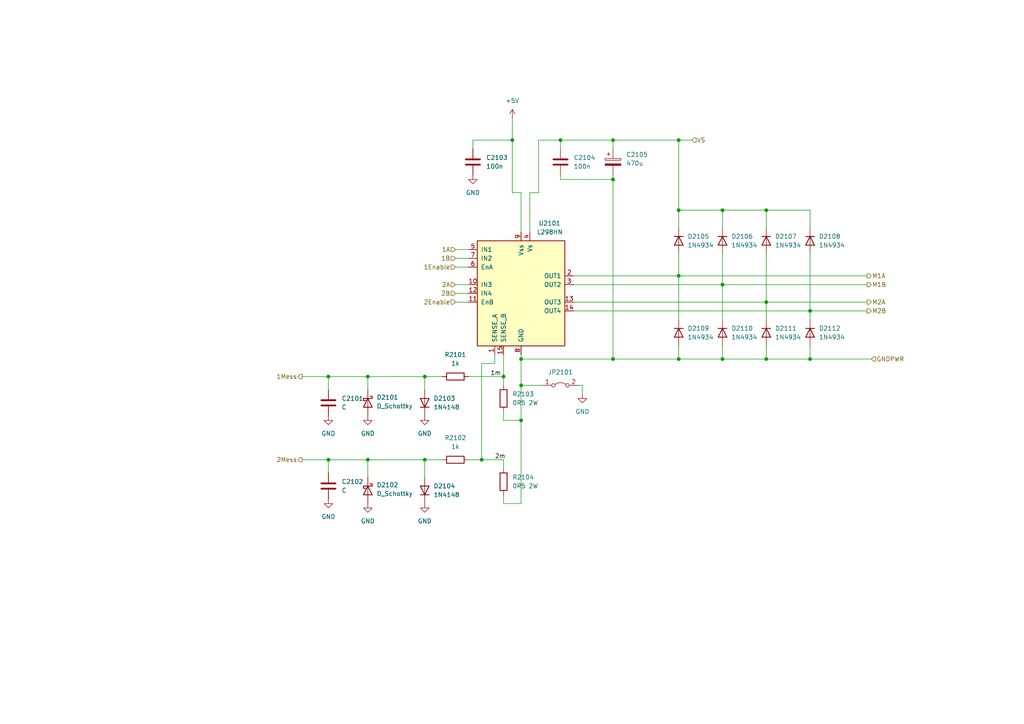
<source format=kicad_sch>
(kicad_sch (version 20211123) (generator eeschema)
  (paper "A4")
  (title_block (date "2022-03-14") (company "makerspace Bocholt"))
  (lib_symbols
    (symbol "Device:C" (pin_numbers hide) (pin_names (offset 0.254))
      (property "Reference" "C" (at 0.635 2.54 0))
      (property "Value" "C" (at 0.635 -2.54 0))
      (symbol "C_0_1"
        (polyline (pts (xy -2.032 -0.762) (xy 2.032 -0.762)) (stroke (width 0.508)))
        (polyline (pts (xy -2.032 0.762) (xy 2.032 0.762)) (stroke (width 0.508)))
      )
      (symbol "C_1_1"
        (pin passive line (at 0 3.81 270) (length 2.794) (name "~") (number "1"))
        (pin passive line (at 0 -3.81 90) (length 2.794) (name "~") (number "2"))
      )
    )
    (symbol "Device:C_Polarized" (pin_numbers hide) (pin_names (offset 0.254))
      (property "Reference" "C" (at 0.635 2.54 0))
      (property "Value" "C_Polarized" (at 0.635 -2.54 0))
      (symbol "C_Polarized_0_1"
        (rectangle (start -2.286 0.508) (end 2.286 1.016))
        (polyline (pts (xy -1.778 2.286) (xy -0.762 2.286)))
        (polyline (pts (xy -1.27 2.794) (xy -1.27 1.778)))
        (rectangle (start 2.286 -0.508) (end -2.286 -1.016) (fill (type outline)))
      )
      (symbol "C_Polarized_1_1"
        (pin passive line (at 0 3.81 270) (length 2.794) (name "~") (number "1"))
        (pin passive line (at 0 -3.81 90) (length 2.794) (name "~") (number "2"))
      )
    )
    (symbol "Device:D_Schottky" (pin_numbers hide) (pin_names (offset 1.016) hide)
      (property "Reference" "D" (at 0 2.54 0))
      (property "Value" "D_Schottky" (at 0 -2.54 0))
      (symbol "D_Schottky_0_1"
        (polyline (pts (xy 1.27 0) (xy -1.27 0)))
        (polyline (pts (xy 1.27 1.27) (xy 1.27 -1.27) (xy -1.27 0) (xy 1.27 1.27)) (stroke (width 0.254)))
        (polyline (pts (xy -1.905 0.635) (xy -1.905 1.27) (xy -1.27 1.27) (xy -1.27 -1.27) (xy -0.635 -1.27) (xy -0.635 -0.635)) (stroke (width 0.254)))
      )
      (symbol "D_Schottky_1_1"
        (pin passive line (at -3.81 0 0) (length 2.54) (name "K") (number "1"))
        (pin passive line (at 3.81 0 180) (length 2.54) (name "A") (number "2"))
      )
    )
    (symbol "Device:R" (pin_numbers hide) (pin_names (offset 0))
      (property "Reference" "R" (at 2.032 0 90))
      (property "Value" "R" (at 0 0 90))
      (symbol "R_0_1"
        (rectangle (start -1.016 -2.54) (end 1.016 2.54) (stroke (width 0.254)))
      )
      (symbol "R_1_1"
        (pin passive line (at 0 3.81 270) (length 1.27) (name "~") (number "1"))
        (pin passive line (at 0 -3.81 90) (length 1.27) (name "~") (number "2"))
      )
    )
    (symbol "Diode:1N4002" (pin_numbers hide) (pin_names (offset 1.016) hide)
      (property "Reference" "D" (at 0 2.54 0))
      (property "Value" "1N4002" (at 0 -2.54 0))
      (symbol "1N4002_0_1"
        (polyline (pts (xy -1.27 1.27) (xy -1.27 -1.27)) (stroke (width 0.254)))
        (polyline (pts (xy 1.27 0) (xy -1.27 0)))
        (polyline (pts (xy 1.27 1.27) (xy 1.27 -1.27) (xy -1.27 0) (xy 1.27 1.27)) (stroke (width 0.254)))
      )
      (symbol "1N4002_1_1"
        (pin passive line (at -3.81 0 0) (length 2.54) (name "K") (number "1"))
        (pin passive line (at 3.81 0 180) (length 2.54) (name "A") (number "2"))
      )
    )
    (symbol "Diode:1N4148" (pin_numbers hide) (pin_names (offset 1.016) hide)
      (property "Reference" "D" (at 0 2.54 0))
      (property "Value" "1N4148" (at 0 -2.54 0))
      (symbol "1N4148_0_1"
        (polyline (pts (xy -1.27 1.27) (xy -1.27 -1.27)) (stroke (width 0.254)))
        (polyline (pts (xy 1.27 0) (xy -1.27 0)))
        (polyline (pts (xy 1.27 1.27) (xy 1.27 -1.27) (xy -1.27 0) (xy 1.27 1.27)) (stroke (width 0.254)))
      )
      (symbol "1N4148_1_1"
        (pin passive line (at -3.81 0 0) (length 2.54) (name "K") (number "1"))
        (pin passive line (at 3.81 0 180) (length 2.54) (name "A") (number "2"))
      )
    )
    (symbol "Driver_Motor:L298HN" (pin_names (offset 1.016))
      (property "Reference" "U" (at -10.16 16.51 0))
      (property "Value" "L298HN" (at 12.7 16.51 0))
      (symbol "L298HN_0_1"
        (rectangle (start -12.7 15.24) (end 12.7 -15.24) (stroke (width 0.254)) (fill (type background)))
      )
      (symbol "L298HN_1_1"
        (pin power_in line (at -7.62 -17.78 90) (length 2.54) (name "SENSE_A") (number "1"))
        (pin input line (at -15.24 2.54 0) (length 2.54) (name "IN3") (number "10"))
        (pin input line (at -15.24 -2.54 0) (length 2.54) (name "EnB") (number "11"))
        (pin input line (at -15.24 0 0) (length 2.54) (name "IN4") (number "12"))
        (pin output line (at 15.24 -2.54 180) (length 2.54) (name "OUT3") (number "13"))
        (pin output line (at 15.24 -5.08 180) (length 2.54) (name "OUT4") (number "14"))
        (pin power_in line (at -5.08 -17.78 90) (length 2.54) (name "SENSE_B") (number "15"))
        (pin output line (at 15.24 5.08 180) (length 2.54) (name "OUT1") (number "2"))
        (pin output line (at 15.24 2.54 180) (length 2.54) (name "OUT2") (number "3"))
        (pin power_in line (at 2.54 17.78 270) (length 2.54) (name "Vs") (number "4"))
        (pin input line (at -15.24 12.7 0) (length 2.54) (name "IN1") (number "5"))
        (pin input line (at -15.24 7.62 0) (length 2.54) (name "EnA") (number "6"))
        (pin input line (at -15.24 10.16 0) (length 2.54) (name "IN2") (number "7"))
        (pin power_in line (at 0 -17.78 90) (length 2.54) (name "GND") (number "8"))
        (pin power_in line (at 0 17.78 270) (length 2.54) (name "Vss") (number "9"))
      )
    )
    (symbol "Jumper:Jumper_2_Bridged" (pin_names (offset 0) hide)
      (property "Reference" "JP" (at 0 1.905 0))
      (property "Value" "Jumper_2_Bridged" (at 0 -2.54 0))
      (symbol "Jumper_2_Bridged_0_0"
        (circle (center -2.032 0) (radius 0.508))
        (circle (center 2.032 0) (radius 0.508))
      )
      (symbol "Jumper_2_Bridged_0_1"
        (arc (start 1.524 0.254) (mid 0 0.762) (end -1.524 0.254))
      )
      (symbol "Jumper_2_Bridged_1_1"
        (pin passive line (at -5.08 0 0) (length 2.54) (name "A") (number "1"))
        (pin passive line (at 5.08 0 180) (length 2.54) (name "B") (number "2"))
      )
    )
    (symbol "power:+5V" (power) (pin_names (offset 0))
      (property "Value" "+5V" (at 0 3.556 0))
      (symbol "+5V_0_1"
        (polyline (pts (xy -0.762 1.27) (xy 0 2.54)))
        (polyline (pts (xy 0 0) (xy 0 2.54)))
        (polyline (pts (xy 0 2.54) (xy 0.762 1.27)))
      )
      (symbol "+5V_1_1"
        (pin power_in line (at 0 0 90) (length 0) hide (name "+5V") (number "1"))
      )
    )
    (symbol "power:GND" (power) (pin_names (offset 0))
      (property "Value" "GND" (at 0 -3.81 0))
      (symbol "GND_0_1"
        (polyline (pts (xy 0 0) (xy 0 -1.27) (xy 1.27 -1.27) (xy 0 -2.54) (xy -1.27 -1.27) (xy 0 -1.27)))
      )
      (symbol "GND_1_1"
        (pin power_in line (at 0 0 270) (length 0) hide (name "GND") (number "1"))
      )
    )
  )
  (junction (at 177.8 104.14))
  (junction (at 196.85 40.64))
  (junction (at 209.55 104.14))
  (junction (at 177.8 52.07))
  (junction (at 209.55 60.96))
  (junction (at 234.95 104.14))
  (junction (at 95.25 133.35))
  (junction (at 106.68 133.35))
  (junction (at 95.25 109.22))
  (junction (at 196.85 60.96))
  (junction (at 139.7 133.35))
  (junction (at 222.25 60.96))
  (junction (at 123.19 133.35))
  (junction (at 162.56 40.64))
  (junction (at 177.8 40.64))
  (junction (at 106.68 109.22))
  (junction (at 151.13 111.76))
  (junction (at 151.13 121.92))
  (junction (at 209.55 82.55))
  (junction (at 222.25 87.63))
  (junction (at 234.95 90.17))
  (junction (at 196.85 80.01))
  (junction (at 148.59 40.64))
  (junction (at 222.25 104.14))
  (junction (at 196.85 104.14))
  (junction (at 146.05 109.22))
  (junction (at 123.19 109.22))
  (junction (at 151.13 104.14))
  (wire (pts (xy 156.21 40.64) (xy 162.56 40.64)))
  (wire (pts (xy 106.68 133.35) (xy 106.68 138.43)))
  (wire (pts (xy 123.19 109.22) (xy 123.19 113.03)))
  (wire (pts (xy 222.25 100.33) (xy 222.25 104.14)))
  (wire (pts (xy 234.95 92.71) (xy 234.95 90.17)))
  (wire (pts (xy 177.8 43.18) (xy 177.8 40.64)))
  (wire (pts (xy 132.08 87.63) (xy 135.89 87.63)))
  (wire (pts (xy 151.13 104.14) (xy 177.8 104.14)))
  (wire (pts (xy 123.19 133.35) (xy 123.19 138.43)))
  (wire (pts (xy 209.55 100.33) (xy 209.55 104.14)))
  (wire (pts (xy 222.25 73.66) (xy 222.25 87.63)))
  (wire (pts (xy 132.08 72.39) (xy 135.89 72.39)))
  (wire (pts (xy 139.7 133.35) (xy 146.05 133.35)))
  (wire (pts (xy 146.05 121.92) (xy 151.13 121.92)))
  (wire (pts (xy 209.55 104.14) (xy 222.25 104.14)))
  (wire (pts (xy 234.95 66.04) (xy 234.95 60.96)))
  (wire (pts (xy 166.37 82.55) (xy 209.55 82.55)))
  (wire (pts (xy 146.05 135.89) (xy 146.05 133.35)))
  (wire (pts (xy 166.37 87.63) (xy 222.25 87.63)))
  (wire (pts (xy 156.21 55.88) (xy 156.21 40.64)))
  (wire (pts (xy 146.05 109.22) (xy 146.05 111.76)))
  (wire (pts (xy 146.05 102.87) (xy 146.05 109.22)))
  (wire (pts (xy 222.25 87.63) (xy 251.46 87.63)))
  (wire (pts (xy 151.13 104.14) (xy 151.13 111.76)))
  (wire (pts (xy 162.56 52.07) (xy 177.8 52.07)))
  (wire (pts (xy 234.95 90.17) (xy 234.95 73.66)))
  (wire (pts (xy 151.13 102.87) (xy 151.13 104.14)))
  (wire (pts (xy 132.08 77.47) (xy 135.89 77.47)))
  (wire (pts (xy 123.19 133.35) (xy 106.68 133.35)))
  (wire (pts (xy 132.08 74.93) (xy 135.89 74.93)))
  (wire (pts (xy 222.25 60.96) (xy 222.25 66.04)))
  (wire (pts (xy 87.63 133.35) (xy 95.25 133.35)))
  (wire (pts (xy 196.85 104.14) (xy 209.55 104.14)))
  (wire (pts (xy 209.55 82.55) (xy 251.46 82.55)))
  (wire (pts (xy 135.89 109.22) (xy 146.05 109.22)))
  (wire (pts (xy 166.37 80.01) (xy 196.85 80.01)))
  (wire (pts (xy 234.95 104.14) (xy 234.95 100.33)))
  (wire (pts (xy 151.13 146.05) (xy 146.05 146.05)))
  (wire (pts (xy 95.25 109.22) (xy 106.68 109.22)))
  (wire (pts (xy 139.7 105.41) (xy 143.51 105.41)))
  (wire (pts (xy 148.59 34.29) (xy 148.59 40.64)))
  (wire (pts (xy 162.56 40.64) (xy 162.56 43.18)))
  (wire (pts (xy 166.37 90.17) (xy 234.95 90.17)))
  (wire (pts (xy 151.13 55.88) (xy 151.13 67.31)))
  (wire (pts (xy 196.85 60.96) (xy 209.55 60.96)))
  (wire (pts (xy 222.25 104.14) (xy 234.95 104.14)))
  (wire (pts (xy 95.25 109.22) (xy 95.25 113.03)))
  (wire (pts (xy 222.25 60.96) (xy 234.95 60.96)))
  (wire (pts (xy 132.08 85.09) (xy 135.89 85.09)))
  (wire (pts (xy 196.85 73.66) (xy 196.85 80.01)))
  (wire (pts (xy 209.55 60.96) (xy 222.25 60.96)))
  (wire (pts (xy 153.67 55.88) (xy 156.21 55.88)))
  (wire (pts (xy 222.25 87.63) (xy 222.25 92.71)))
  (wire (pts (xy 139.7 105.41) (xy 139.7 133.35)))
  (wire (pts (xy 209.55 60.96) (xy 209.55 66.04)))
  (wire (pts (xy 148.59 55.88) (xy 151.13 55.88)))
  (wire (pts (xy 146.05 119.38) (xy 146.05 121.92)))
  (wire (pts (xy 196.85 80.01) (xy 251.46 80.01)))
  (wire (pts (xy 132.08 82.55) (xy 135.89 82.55)))
  (wire (pts (xy 196.85 40.64) (xy 200.66 40.64)))
  (wire (pts (xy 168.91 114.3) (xy 168.91 111.76)))
  (wire (pts (xy 177.8 50.8) (xy 177.8 52.07)))
  (wire (pts (xy 153.67 67.31) (xy 153.67 55.88)))
  (wire (pts (xy 162.56 40.64) (xy 177.8 40.64)))
  (wire (pts (xy 128.27 133.35) (xy 123.19 133.35)))
  (wire (pts (xy 196.85 100.33) (xy 196.85 104.14)))
  (wire (pts (xy 168.91 111.76) (xy 167.64 111.76)))
  (wire (pts (xy 151.13 121.92) (xy 151.13 146.05)))
  (wire (pts (xy 123.19 109.22) (xy 128.27 109.22)))
  (wire (pts (xy 151.13 111.76) (xy 151.13 121.92)))
  (wire (pts (xy 234.95 90.17) (xy 251.46 90.17)))
  (wire (pts (xy 209.55 82.55) (xy 209.55 92.71)))
  (wire (pts (xy 177.8 52.07) (xy 177.8 104.14)))
  (wire (pts (xy 196.85 40.64) (xy 196.85 60.96)))
  (wire (pts (xy 137.16 40.64) (xy 148.59 40.64)))
  (wire (pts (xy 177.8 40.64) (xy 196.85 40.64)))
  (wire (pts (xy 151.13 111.76) (xy 157.48 111.76)))
  (wire (pts (xy 95.25 133.35) (xy 106.68 133.35)))
  (wire (pts (xy 162.56 50.8) (xy 162.56 52.07)))
  (wire (pts (xy 148.59 40.64) (xy 148.59 55.88)))
  (wire (pts (xy 209.55 73.66) (xy 209.55 82.55)))
  (wire (pts (xy 95.25 133.35) (xy 95.25 137.16)))
  (wire (pts (xy 196.85 60.96) (xy 196.85 66.04)))
  (wire (pts (xy 146.05 146.05) (xy 146.05 143.51)))
  (wire (pts (xy 135.89 133.35) (xy 139.7 133.35)))
  (wire (pts (xy 87.63 109.22) (xy 95.25 109.22)))
  (wire (pts (xy 196.85 80.01) (xy 196.85 92.71)))
  (wire (pts (xy 234.95 104.14) (xy 252.73 104.14)))
  (wire (pts (xy 137.16 43.18) (xy 137.16 40.64)))
  (wire (pts (xy 177.8 104.14) (xy 196.85 104.14)))
  (wire (pts (xy 106.68 113.03) (xy 106.68 109.22)))
  (wire (pts (xy 143.51 105.41) (xy 143.51 102.87)))
  (wire (pts (xy 106.68 109.22) (xy 123.19 109.22)))
  (label "2m" (at 143.51 133.35 0))
  (label "1m" (at 142.24 109.22 0))
  (hierarchical_label "M1A" (shape output) (at 251.46 80.01 0))
  (hierarchical_label "2A" (shape input) (at 132.08 82.55 180))
  (hierarchical_label "1Enable" (shape input) (at 132.08 77.47 180))
  (hierarchical_label "2Mess" (shape output) (at 87.63 133.35 180))
  (hierarchical_label "1B" (shape input) (at 132.08 74.93 180))
  (hierarchical_label "1Mess" (shape output) (at 87.63 109.22 180))
  (hierarchical_label "M1B" (shape output) (at 251.46 82.55 0))
  (hierarchical_label "VS" (shape input) (at 200.66 40.64 0))
  (hierarchical_label "2Enable" (shape input) (at 132.08 87.63 180))
  (hierarchical_label "M2A" (shape output) (at 251.46 87.63 0))
  (hierarchical_label "1A" (shape input) (at 132.08 72.39 180))
  (hierarchical_label "M2B" (shape output) (at 251.46 90.17 0))
  (hierarchical_label "GNDPWR" (shape input) (at 252.73 104.14 0))
  (hierarchical_label "2B" (shape input) (at 132.08 85.09 180))
  (symbol (lib_id "Diode:1N4002") (at 222.25 96.52 270) (unit 1)
    (property "Reference" "D2111" (at 224.79 95.2499 90) (effects (justify left)))
    (property "Value" "1N4934" (at 224.79 97.7899 90) (effects (justify left)))
    (property "Footprint" "Diode_THT:D_DO-41_SOD81_P10.16mm_Horizontal" (effects hide))
    (property "Datasheet" "http://www.vishay.com/docs/88503/1n4001.pdf" (effects hide))
  )
  (symbol (lib_id "Jumper:Jumper_2_Bridged") (at 162.56 111.76 0) (unit 1)
    (property "Reference" "JP2101" (at 162.56 107.95 0))
    (property "Value" "Jumper_2_Bridged" (effects hide))
    (property "Footprint" "Jumper:SolderJumper-2_P1.3mm_Bridged2Bar_Pad1.0x1.5mm" (effects hide))
  )
  (symbol (lib_id "Diode:1N4002") (at 222.25 69.85 270) (unit 1)
    (property "Reference" "D2107" (at 224.79 68.5799 90) (effects (justify left)))
    (property "Value" "1N4934" (at 224.79 71.1199 90) (effects (justify left)))
    (property "Footprint" "Diode_THT:D_DO-41_SOD81_P10.16mm_Horizontal" (effects hide))
    (property "Datasheet" "http://www.vishay.com/docs/88503/1n4001.pdf" (effects hide))
  )
  (symbol (lib_id "Device:R") (at 132.08 109.22 90) (unit 1)
    (property "Reference" "R2101" (at 132.08 102.87 90))
    (property "Value" "1k" (at 132.08 105.41 90))
  )
  (symbol (lib_id "Device:C") (at 162.56 46.99 0) (unit 1)
    (property "Reference" "C2104" (at 166.37 45.7199 0) (effects (justify left)))
    (property "Value" "100n" (at 166.37 48.2599 0) (effects (justify left)))
    (property "Footprint" "Capacitor_THT:C_Disc_D6.0mm_W2.5mm_P5.00mm" (effects hide))
  )
  (symbol (lib_id "Diode:1N4148") (at 123.19 116.84 90) (unit 1)
    (property "Reference" "D2103" (at 125.73 115.5699 90) (effects (justify right)))
    (property "Value" "1N4148" (at 125.73 118.1099 90) (effects (justify right)))
    (property "Footprint" "Diode_THT:D_DO-35_SOD27_P7.62mm_Horizontal" (effects hide))
    (property "Datasheet" "https://assets.nexperia.com/documents/data-sheet/1N4148_1N4448.pdf" (effects hide))
  )
  (symbol (lib_id "Diode:1N4002") (at 209.55 69.85 270) (unit 1)
    (property "Reference" "D2106" (at 212.09 68.5799 90) (effects (justify left)))
    (property "Value" "1N4934" (at 212.09 71.1199 90) (effects (justify left)))
    (property "Footprint" "Diode_THT:D_DO-41_SOD81_P10.16mm_Horizontal" (effects hide))
    (property "Datasheet" "http://www.vishay.com/docs/88503/1n4001.pdf" (effects hide))
  )
  (symbol (lib_id "Diode:1N4002") (at 196.85 96.52 270) (unit 1)
    (property "Reference" "D2109" (at 199.39 95.2499 90) (effects (justify left)))
    (property "Value" "1N4934" (at 199.39 97.7899 90) (effects (justify left)))
    (property "Footprint" "Diode_THT:D_DO-41_SOD81_P10.16mm_Horizontal" (effects hide))
    (property "Datasheet" "http://www.vishay.com/docs/88503/1n4001.pdf" (effects hide))
  )
  (symbol (lib_id "Device:D_Schottky") (at 106.68 142.24 270) (unit 1)
    (property "Reference" "D2102" (at 109.22 140.6524 90) (effects (justify left)))
    (property "Value" "D_Schottky" (at 109.22 143.1924 90) (effects (justify left)))
  )
  (symbol (lib_id "Device:R") (at 146.05 139.7 0) (unit 1)
    (property "Reference" "R2104" (at 148.59 138.4299 0) (effects (justify left)))
    (property "Value" "0R5 2W" (at 148.59 140.9699 0) (effects (justify left)))
    (property "Footprint" "Resistor_THT:R_Axial_DIN0516_L15.5mm_D5.0mm_P7.62mm_Vertical" (effects hide))
  )
  (symbol (lib_id "Device:C") (at 95.25 140.97 0) (unit 1)
    (property "Reference" "C2102" (at 99.06 139.6999 0) (effects (justify left)))
    (property "Value" "C" (at 99.06 142.2399 0) (effects (justify left)))
    (property "Footprint" "Capacitor_THT:C_Disc_D6.0mm_W2.5mm_P5.00mm" (effects hide))
  )
  (symbol (lib_id "Diode:1N4002") (at 234.95 96.52 270) (unit 1)
    (property "Reference" "D2112" (at 237.49 95.2499 90) (effects (justify left)))
    (property "Value" "1N4934" (at 237.49 97.7899 90) (effects (justify left)))
    (property "Footprint" "Diode_THT:D_DO-41_SOD81_P10.16mm_Horizontal" (effects hide))
    (property "Datasheet" "http://www.vishay.com/docs/88503/1n4001.pdf" (effects hide))
  )
  (symbol (lib_id "power:GND") (at 168.91 114.3 0) (unit 1)
    (property "Reference" "#PWR02113" (effects hide))
    (property "Value" "GND" (at 168.91 119.38 0))
  )
  (symbol (lib_id "Diode:1N4002") (at 196.85 69.85 270) (unit 1)
    (property "Reference" "D2105" (at 199.39 68.5799 90) (effects (justify left)))
    (property "Value" "1N4934" (at 199.39 71.1199 90) (effects (justify left)))
    (property "Footprint" "Diode_THT:D_DO-41_SOD81_P10.16mm_Horizontal" (effects hide))
    (property "Datasheet" "http://www.vishay.com/docs/88503/1n4001.pdf" (effects hide))
  )
  (symbol (lib_id "Device:R") (at 146.05 115.57 0) (unit 1)
    (property "Reference" "R2103" (at 148.59 114.2999 0) (effects (justify left)))
    (property "Value" "0R5 2W" (at 148.59 116.8399 0) (effects (justify left)))
    (property "Footprint" "Resistor_THT:R_Axial_DIN0516_L15.5mm_D5.0mm_P7.62mm_Vertical" (effects hide))
  )
  (symbol (lib_id "power:GND") (at 106.68 120.65 0) (unit 1)
    (property "Reference" "#PWR02103" (effects hide))
    (property "Value" "GND" (at 106.68 125.73 0))
  )
  (symbol (lib_id "power:GND") (at 95.25 144.78 0) (unit 1)
    (property "Reference" "#PWR02102" (effects hide))
    (property "Value" "GND" (at 95.25 149.86 0))
  )
  (symbol (lib_id "power:GND") (at 137.16 50.8 0) (unit 1)
    (property "Reference" "#PWR02107" (effects hide))
    (property "Value" "GND" (at 137.16 55.88 0))
  )
  (symbol (lib_id "power:GND") (at 95.25 120.65 0) (unit 1)
    (property "Reference" "#PWR02101" (effects hide))
    (property "Value" "GND" (at 95.25 125.73 0))
  )
  (symbol (lib_id "Driver_Motor:L298HN") (at 151.13 85.09 0) (unit 1)
    (property "Reference" "U2101" (at 156.21 64.77 0) (effects (justify left)))
    (property "Value" "L298HN" (at 155.6894 67.31 0) (effects (justify left)))
    (property "Footprint" "Package_TO_SOT_THT:TO-220-15_P2.54x2.54mm_StaggerOdd_Lead4.58mm_Vertical" (effects hide))
    (property "Datasheet" "http://www.st.com/st-web-ui/static/active/en/resource/technical/document/datasheet/CD00000240.pdf" (effects hide))
  )
  (symbol (lib_id "Diode:1N4148") (at 123.19 142.24 90) (unit 1)
    (property "Reference" "D2104" (at 125.73 140.9699 90) (effects (justify right)))
    (property "Value" "1N4148" (at 125.73 143.5099 90) (effects (justify right)))
    (property "Footprint" "Diode_THT:D_DO-35_SOD27_P7.62mm_Horizontal" (effects hide))
    (property "Datasheet" "https://assets.nexperia.com/documents/data-sheet/1N4148_1N4448.pdf" (effects hide))
  )
  (symbol (lib_id "Diode:1N4002") (at 209.55 96.52 270) (unit 1)
    (property "Reference" "D2110" (at 212.09 95.2499 90) (effects (justify left)))
    (property "Value" "1N4934" (at 212.09 97.7899 90) (effects (justify left)))
    (property "Footprint" "Diode_THT:D_DO-41_SOD81_P10.16mm_Horizontal" (effects hide))
    (property "Datasheet" "http://www.vishay.com/docs/88503/1n4001.pdf" (effects hide))
  )
  (symbol (lib_id "power:GND") (at 106.68 146.05 0) (unit 1)
    (property "Reference" "#PWR02104" (effects hide))
    (property "Value" "GND" (at 106.68 151.13 0))
  )
  (symbol (lib_id "power:GND") (at 123.19 146.05 0) (unit 1)
    (property "Reference" "#PWR02106" (effects hide))
    (property "Value" "GND" (at 123.19 151.13 0))
  )
  (symbol (lib_id "Device:D_Schottky") (at 106.68 116.84 270) (unit 1)
    (property "Reference" "D2101" (at 109.22 115.2524 90) (effects (justify left)))
    (property "Value" "D_Schottky" (at 109.22 117.7924 90) (effects (justify left)))
  )
  (symbol (lib_id "power:GND") (at 123.19 120.65 0) (unit 1)
    (property "Reference" "#PWR02105" (effects hide))
    (property "Value" "GND" (at 123.19 125.73 0))
  )
  (symbol (lib_id "Device:C") (at 95.25 116.84 0) (unit 1)
    (property "Reference" "C2101" (at 99.06 115.5699 0) (effects (justify left)))
    (property "Value" "C" (at 99.06 118.1099 0) (effects (justify left)))
    (property "Footprint" "Capacitor_THT:C_Disc_D6.0mm_W2.5mm_P5.00mm" (effects hide))
  )
  (symbol (lib_id "Device:C_Polarized") (at 177.8 46.99 0) (unit 1)
    (property "Reference" "C2105" (at 181.61 44.8309 0) (effects (justify left)))
    (property "Value" "470u" (at 181.61 47.3709 0) (effects (justify left)))
  )
  (symbol (lib_id "Device:R") (at 132.08 133.35 90) (unit 1)
    (property "Reference" "R2102" (at 132.08 127 90))
    (property "Value" "1k" (at 132.08 129.54 90))
  )
  (symbol (lib_id "power:+5V") (at 148.59 34.29 0) (unit 1)
    (property "Reference" "#PWR02110" (effects hide))
    (property "Value" "+5V" (at 148.59 29.21 0))
  )
  (symbol (lib_id "Device:C") (at 137.16 46.99 0) (unit 1)
    (property "Reference" "C2103" (at 140.97 45.7199 0) (effects (justify left)))
    (property "Value" "100n" (at 140.97 48.2599 0) (effects (justify left)))
    (property "Footprint" "Capacitor_THT:C_Disc_D6.0mm_W2.5mm_P5.00mm" (effects hide))
  )
  (symbol (lib_id "Diode:1N4002") (at 234.95 69.85 270) (unit 1)
    (property "Reference" "D2108" (at 237.49 68.5799 90) (effects (justify left)))
    (property "Value" "1N4934" (at 237.49 71.1199 90) (effects (justify left)))
    (property "Footprint" "Diode_THT:D_DO-41_SOD81_P10.16mm_Horizontal" (effects hide))
    (property "Datasheet" "http://www.vishay.com/docs/88503/1n4001.pdf" (effects hide))
  )
)
</source>
